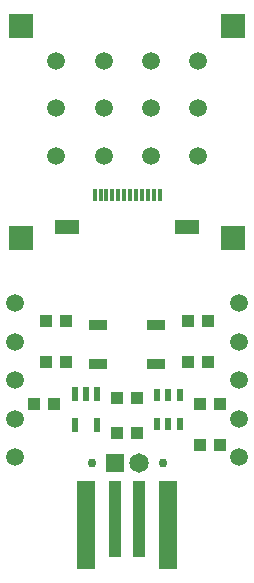
<source format=gbr>
G04 EAGLE Gerber X2 export*
G75*
%MOMM*%
%FSLAX34Y34*%
%LPD*%
%AMOC8*
5,1,8,0,0,1.08239X$1,22.5*%
G01*
%ADD10R,0.550000X1.200000*%
%ADD11R,1.500000X0.900000*%
%ADD12R,1.500000X7.500000*%
%ADD13R,1.000000X6.500000*%
%ADD14R,0.600000X1.100000*%
%ADD15C,1.650000*%
%ADD16R,1.650000X1.650000*%
%ADD17R,1.000000X1.100000*%
%ADD18R,1.100000X1.000000*%
%ADD19C,1.500000*%
%ADD20R,2.000000X1.300000*%
%ADD21R,0.300000X1.000000*%
%ADD22C,0.750000*%
%ADD23R,2.000000X2.000000*%


D10*
X84500Y158000D03*
X75000Y158000D03*
X65500Y158000D03*
X65500Y132000D03*
X84500Y132000D03*
D11*
X134500Y183500D03*
X134500Y216500D03*
X85500Y183500D03*
X85500Y216500D03*
D12*
X145000Y47500D03*
D13*
X120000Y52500D03*
D12*
X75000Y47500D03*
D13*
X100000Y52500D03*
D14*
X154500Y157500D03*
X145000Y157500D03*
X135500Y157500D03*
X135500Y132500D03*
X145000Y132500D03*
X154500Y132500D03*
D15*
X120000Y100000D03*
D16*
X100000Y100000D03*
D17*
X101500Y155000D03*
X118500Y155000D03*
X161500Y185000D03*
X178500Y185000D03*
X171500Y150000D03*
X188500Y150000D03*
X31500Y150000D03*
X48500Y150000D03*
X58500Y220000D03*
X41500Y220000D03*
X41500Y185000D03*
X58500Y185000D03*
D18*
X171500Y115000D03*
X188500Y115000D03*
X118500Y125000D03*
X101500Y125000D03*
X161500Y220000D03*
X178500Y220000D03*
D19*
X15000Y202500D03*
X15000Y235000D03*
X15000Y105000D03*
X15000Y137500D03*
X15000Y170000D03*
X205000Y105000D03*
X205000Y137500D03*
X205000Y170000D03*
X205000Y202500D03*
X205000Y235000D03*
X170000Y360000D03*
X50000Y440000D03*
X50000Y400000D03*
X50000Y360000D03*
X170000Y400000D03*
X170000Y440000D03*
X130000Y360000D03*
X130000Y400000D03*
X130000Y440000D03*
X90000Y440000D03*
X90000Y400000D03*
X90000Y360000D03*
D20*
X59500Y300000D03*
X160500Y300000D03*
D21*
X107500Y327000D03*
X112500Y327000D03*
X117500Y327000D03*
X102500Y327000D03*
X122500Y327000D03*
X97500Y327000D03*
X127500Y327000D03*
X92500Y327000D03*
X132500Y327000D03*
X87500Y327000D03*
X137500Y327000D03*
X82500Y327000D03*
D22*
X80000Y100000D03*
X140000Y100000D03*
D23*
X20000Y470000D03*
X20000Y290000D03*
X200000Y290000D03*
X200000Y470000D03*
M02*

</source>
